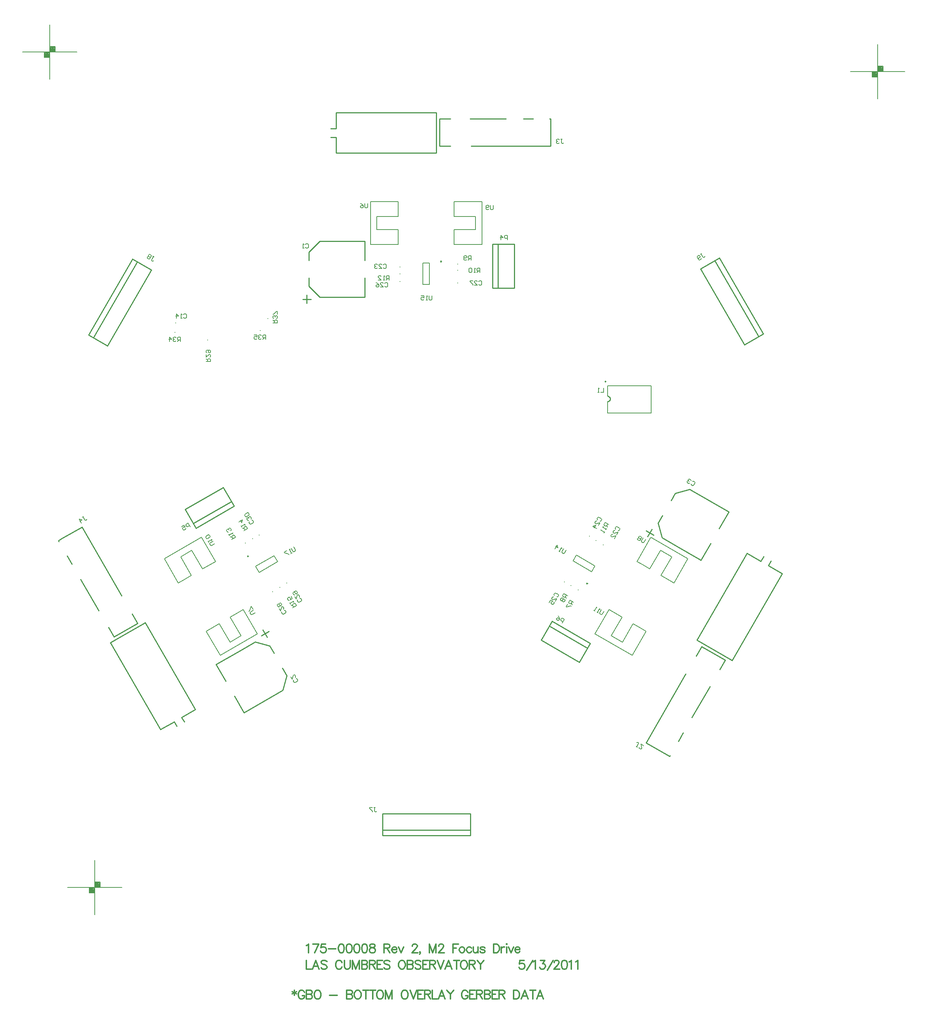
<source format=gbo>
%FSLAX23Y23*%
%MOIN*%
G70*
G01*
G75*
G04 Layer_Color=32896*
%ADD10R,0.050X0.050*%
%ADD11R,0.070X0.135*%
%ADD12R,0.050X0.050*%
%ADD13R,0.063X0.075*%
%ADD14R,0.048X0.078*%
%ADD15R,0.087X0.059*%
%ADD16R,0.059X0.051*%
%ADD17R,0.078X0.048*%
G04:AMPARAMS|DCode=18|XSize=78mil|YSize=48mil|CornerRadius=0mil|HoleSize=0mil|Usage=FLASHONLY|Rotation=120.000|XOffset=0mil|YOffset=0mil|HoleType=Round|Shape=Rectangle|*
%AMROTATEDRECTD18*
4,1,4,0.040,-0.022,-0.001,-0.046,-0.040,0.022,0.001,0.046,0.040,-0.022,0.0*
%
%ADD18ROTATEDRECTD18*%

G04:AMPARAMS|DCode=19|XSize=78mil|YSize=48mil|CornerRadius=0mil|HoleSize=0mil|Usage=FLASHONLY|Rotation=240.000|XOffset=0mil|YOffset=0mil|HoleType=Round|Shape=Rectangle|*
%AMROTATEDRECTD19*
4,1,4,-0.001,0.046,0.040,0.022,0.001,-0.046,-0.040,-0.022,-0.001,0.046,0.0*
%
%ADD19ROTATEDRECTD19*%

%ADD20R,0.051X0.059*%
%ADD21R,0.040X0.067*%
%ADD22O,0.012X0.069*%
G04:AMPARAMS|DCode=23|XSize=135mil|YSize=70mil|CornerRadius=0mil|HoleSize=0mil|Usage=FLASHONLY|Rotation=30.000|XOffset=0mil|YOffset=0mil|HoleType=Round|Shape=Rectangle|*
%AMROTATEDRECTD23*
4,1,4,-0.041,-0.064,-0.076,-0.003,0.041,0.064,0.076,0.003,-0.041,-0.064,0.0*
%
%ADD23ROTATEDRECTD23*%

G04:AMPARAMS|DCode=24|XSize=135mil|YSize=70mil|CornerRadius=0mil|HoleSize=0mil|Usage=FLASHONLY|Rotation=150.000|XOffset=0mil|YOffset=0mil|HoleType=Round|Shape=Rectangle|*
%AMROTATEDRECTD24*
4,1,4,0.076,-0.003,0.041,-0.064,-0.076,0.003,-0.041,0.064,0.076,-0.003,0.0*
%
%ADD24ROTATEDRECTD24*%

%ADD25R,0.067X0.040*%
%ADD26R,0.065X0.094*%
%ADD27O,0.024X0.010*%
%ADD28O,0.027X0.010*%
%ADD29R,0.060X0.126*%
%ADD30R,0.200X0.040*%
%ADD31R,0.200X0.150*%
%ADD32O,0.098X0.028*%
%ADD33R,0.094X0.102*%
%ADD34R,0.057X0.012*%
%ADD35R,0.025X0.185*%
%ADD36R,0.025X0.100*%
%ADD37C,0.010*%
%ADD38C,0.005*%
%ADD39C,0.030*%
%ADD40C,0.050*%
%ADD41C,0.020*%
%ADD42C,0.012*%
%ADD43C,0.008*%
%ADD44C,0.012*%
%ADD45C,0.012*%
%ADD46C,0.335*%
%ADD47C,0.531*%
%ADD48C,0.413*%
%ADD49C,0.236*%
%ADD50C,0.059*%
%ADD51P,0.084X4X375.0*%
%ADD52P,0.084X4X255.0*%
%ADD53R,0.059X0.059*%
%ADD54P,0.084X4X105.0*%
%ADD55R,0.059X0.059*%
%ADD56P,0.084X4X345.0*%
%ADD57C,0.219*%
%ADD58C,0.070*%
%ADD59P,0.099X4X345.0*%
%ADD60P,0.099X4X105.0*%
%ADD61C,0.050*%
%ADD62C,0.059*%
%ADD63R,0.059X0.059*%
%ADD64P,0.084X4X255.0*%
%ADD65C,0.120*%
%ADD66R,0.098X0.098*%
%ADD67C,0.098*%
%ADD68R,0.070X0.070*%
%ADD69C,0.079*%
%ADD70P,0.084X4X375.0*%
%ADD71C,0.085*%
%ADD72C,0.055*%
%ADD73C,0.116*%
%ADD74P,0.078X4X165.0*%
%ADD75C,0.220*%
%ADD76C,0.039*%
%ADD77C,0.157*%
%ADD78R,0.079X0.039*%
%ADD79O,0.079X0.039*%
%ADD80C,0.024*%
%ADD81C,0.030*%
%ADD82C,0.020*%
%ADD83C,0.026*%
%ADD84C,0.040*%
%ADD85C,0.375*%
%ADD86C,0.571*%
%ADD87C,0.257*%
%ADD88C,0.158*%
%ADD89C,0.075*%
G04:AMPARAMS|DCode=90|XSize=95.433mil|YSize=95.433mil|CornerRadius=0mil|HoleSize=0mil|Usage=FLASHONLY|Rotation=0.000|XOffset=0mil|YOffset=0mil|HoleType=Round|Shape=Relief|Width=10mil|Gap=10mil|Entries=4|*
%AMTHD90*
7,0,0,0.095,0.075,0.010,45*
%
%ADD90THD90*%
%ADD91C,0.206*%
%ADD92C,0.080*%
G04:AMPARAMS|DCode=93|XSize=100mil|YSize=100mil|CornerRadius=0mil|HoleSize=0mil|Usage=FLASHONLY|Rotation=0.000|XOffset=0mil|YOffset=0mil|HoleType=Round|Shape=Relief|Width=10mil|Gap=10mil|Entries=4|*
%AMTHD93*
7,0,0,0.100,0.080,0.010,45*
%
%ADD93THD93*%
%ADD94C,0.075*%
%ADD95C,0.110*%
%ADD96C,0.099*%
%ADD97C,0.102*%
%ADD98C,0.075*%
%ADD99C,0.168*%
%ADD100C,0.080*%
%ADD101C,0.076*%
%ADD102C,0.131*%
%ADD103C,0.070*%
%ADD104C,0.052*%
G04:AMPARAMS|DCode=105|XSize=85mil|YSize=85mil|CornerRadius=0mil|HoleSize=0mil|Usage=FLASHONLY|Rotation=0.000|XOffset=0mil|YOffset=0mil|HoleType=Round|Shape=Relief|Width=10mil|Gap=10mil|Entries=4|*
%AMTHD105*
7,0,0,0.085,0.065,0.010,45*
%
%ADD105THD105*%
%ADD106C,0.065*%
G04:AMPARAMS|DCode=107|XSize=72mil|YSize=72mil|CornerRadius=0mil|HoleSize=0mil|Usage=FLASHONLY|Rotation=0.000|XOffset=0mil|YOffset=0mil|HoleType=Round|Shape=Relief|Width=10mil|Gap=10mil|Entries=4|*
%AMTHD107*
7,0,0,0.072,0.052,0.010,45*
%
%ADD107THD107*%
%ADD108C,0.053*%
G04:AMPARAMS|DCode=109|XSize=90mil|YSize=90mil|CornerRadius=0mil|HoleSize=0mil|Usage=FLASHONLY|Rotation=0.000|XOffset=0mil|YOffset=0mil|HoleType=Round|Shape=Relief|Width=10mil|Gap=10mil|Entries=4|*
%AMTHD109*
7,0,0,0.090,0.070,0.010,45*
%
%ADD109THD109*%
G04:AMPARAMS|DCode=110|XSize=95.433mil|YSize=95.433mil|CornerRadius=0mil|HoleSize=0mil|Usage=FLASHONLY|Rotation=0.000|XOffset=0mil|YOffset=0mil|HoleType=Round|Shape=Relief|Width=10mil|Gap=10mil|Entries=4|*
%AMTHD110*
7,0,0,0.095,0.075,0.010,45*
%
%ADD110THD110*%
G04:AMPARAMS|DCode=111|XSize=130mil|YSize=130mil|CornerRadius=0mil|HoleSize=0mil|Usage=FLASHONLY|Rotation=0.000|XOffset=0mil|YOffset=0mil|HoleType=Round|Shape=Relief|Width=10mil|Gap=10mil|Entries=4|*
%AMTHD111*
7,0,0,0.130,0.110,0.010,45*
%
%ADD111THD111*%
%ADD112C,0.087*%
G04:AMPARAMS|DCode=113|XSize=122mil|YSize=122mil|CornerRadius=0mil|HoleSize=0mil|Usage=FLASHONLY|Rotation=0.000|XOffset=0mil|YOffset=0mil|HoleType=Round|Shape=Relief|Width=10mil|Gap=10mil|Entries=4|*
%AMTHD113*
7,0,0,0.122,0.102,0.010,45*
%
%ADD113THD113*%
G04:AMPARAMS|DCode=114|XSize=95mil|YSize=95mil|CornerRadius=0mil|HoleSize=0mil|Usage=FLASHONLY|Rotation=0.000|XOffset=0mil|YOffset=0mil|HoleType=Round|Shape=Relief|Width=10mil|Gap=10mil|Entries=4|*
%AMTHD114*
7,0,0,0.095,0.075,0.010,45*
%
%ADD114THD114*%
G04:AMPARAMS|DCode=115|XSize=96.221mil|YSize=96.221mil|CornerRadius=0mil|HoleSize=0mil|Usage=FLASHONLY|Rotation=0.000|XOffset=0mil|YOffset=0mil|HoleType=Round|Shape=Relief|Width=10mil|Gap=10mil|Entries=4|*
%AMTHD115*
7,0,0,0.096,0.076,0.010,45*
%
%ADD115THD115*%
G04:AMPARAMS|DCode=116|XSize=150.551mil|YSize=150.551mil|CornerRadius=0mil|HoleSize=0mil|Usage=FLASHONLY|Rotation=0.000|XOffset=0mil|YOffset=0mil|HoleType=Round|Shape=Relief|Width=10mil|Gap=10mil|Entries=4|*
%AMTHD116*
7,0,0,0.151,0.131,0.010,45*
%
%ADD116THD116*%
G04:AMPARAMS|DCode=117|XSize=89.528mil|YSize=89.528mil|CornerRadius=0mil|HoleSize=0mil|Usage=FLASHONLY|Rotation=0.000|XOffset=0mil|YOffset=0mil|HoleType=Round|Shape=Relief|Width=10mil|Gap=10mil|Entries=4|*
%AMTHD117*
7,0,0,0.090,0.070,0.010,45*
%
%ADD117THD117*%
G04:AMPARAMS|DCode=118|XSize=72.992mil|YSize=72.992mil|CornerRadius=0mil|HoleSize=0mil|Usage=FLASHONLY|Rotation=0.000|XOffset=0mil|YOffset=0mil|HoleType=Round|Shape=Relief|Width=10mil|Gap=10mil|Entries=4|*
%AMTHD118*
7,0,0,0.073,0.053,0.010,45*
%
%ADD118THD118*%
G04:AMPARAMS|DCode=119|XSize=79mil|YSize=236mil|CornerRadius=0mil|HoleSize=0mil|Usage=FLASHONLY|Rotation=120.000|XOffset=0mil|YOffset=0mil|HoleType=Round|Shape=Rectangle|*
%AMROTATEDRECTD119*
4,1,4,0.122,0.025,-0.083,-0.093,-0.122,-0.025,0.083,0.093,0.122,0.025,0.0*
%
%ADD119ROTATEDRECTD119*%

G04:AMPARAMS|DCode=120|XSize=79mil|YSize=236mil|CornerRadius=0mil|HoleSize=0mil|Usage=FLASHONLY|Rotation=240.000|XOffset=0mil|YOffset=0mil|HoleType=Round|Shape=Rectangle|*
%AMROTATEDRECTD120*
4,1,4,-0.083,0.093,0.122,-0.025,0.083,-0.093,-0.122,0.025,-0.083,0.093,0.0*
%
%ADD120ROTATEDRECTD120*%

%ADD121P,0.071X4X285.0*%
%ADD122P,0.071X4X165.0*%
G04:AMPARAMS|DCode=123|XSize=28mil|YSize=98mil|CornerRadius=0mil|HoleSize=0mil|Usage=FLASHONLY|Rotation=330.000|XOffset=0mil|YOffset=0mil|HoleType=Round|Shape=Round|*
%AMOVALD123*
21,1,0.071,0.028,0.000,0.000,60.0*
1,1,0.028,-0.018,-0.031*
1,1,0.028,0.018,0.031*
%
%ADD123OVALD123*%

G04:AMPARAMS|DCode=124|XSize=28mil|YSize=98mil|CornerRadius=0mil|HoleSize=0mil|Usage=FLASHONLY|Rotation=210.000|XOffset=0mil|YOffset=0mil|HoleType=Round|Shape=Round|*
%AMOVALD124*
21,1,0.071,0.028,0.000,0.000,300.0*
1,1,0.028,-0.018,0.031*
1,1,0.028,0.018,-0.031*
%
%ADD124OVALD124*%

%ADD125R,0.025X0.070*%
%ADD126R,0.236X0.079*%
%ADD127C,0.075*%
%ADD128C,0.010*%
%ADD129C,0.007*%
%ADD130C,0.024*%
%ADD131C,0.010*%
%ADD132C,0.008*%
%ADD133C,0.020*%
%ADD134C,0.006*%
%ADD135R,0.195X0.150*%
%ADD136R,0.020X0.082*%
%ADD137R,0.058X0.058*%
%ADD138R,0.078X0.143*%
%ADD139R,0.058X0.058*%
%ADD140R,0.071X0.083*%
%ADD141R,0.056X0.086*%
%ADD142R,0.095X0.067*%
%ADD143R,0.067X0.059*%
%ADD144R,0.086X0.056*%
G04:AMPARAMS|DCode=145|XSize=86mil|YSize=56mil|CornerRadius=0mil|HoleSize=0mil|Usage=FLASHONLY|Rotation=120.000|XOffset=0mil|YOffset=0mil|HoleType=Round|Shape=Rectangle|*
%AMROTATEDRECTD145*
4,1,4,0.046,-0.023,-0.003,-0.051,-0.046,0.023,0.003,0.051,0.046,-0.023,0.0*
%
%ADD145ROTATEDRECTD145*%

G04:AMPARAMS|DCode=146|XSize=86mil|YSize=56mil|CornerRadius=0mil|HoleSize=0mil|Usage=FLASHONLY|Rotation=240.000|XOffset=0mil|YOffset=0mil|HoleType=Round|Shape=Rectangle|*
%AMROTATEDRECTD146*
4,1,4,-0.003,0.051,0.046,0.023,0.003,-0.051,-0.046,-0.023,-0.003,0.051,0.0*
%
%ADD146ROTATEDRECTD146*%

%ADD147R,0.059X0.067*%
%ADD148R,0.048X0.075*%
%ADD149O,0.020X0.077*%
G04:AMPARAMS|DCode=150|XSize=143mil|YSize=78mil|CornerRadius=0mil|HoleSize=0mil|Usage=FLASHONLY|Rotation=30.000|XOffset=0mil|YOffset=0mil|HoleType=Round|Shape=Rectangle|*
%AMROTATEDRECTD150*
4,1,4,-0.042,-0.070,-0.081,-0.002,0.042,0.070,0.081,0.002,-0.042,-0.070,0.0*
%
%ADD150ROTATEDRECTD150*%

G04:AMPARAMS|DCode=151|XSize=143mil|YSize=78mil|CornerRadius=0mil|HoleSize=0mil|Usage=FLASHONLY|Rotation=150.000|XOffset=0mil|YOffset=0mil|HoleType=Round|Shape=Rectangle|*
%AMROTATEDRECTD151*
4,1,4,0.081,-0.002,0.042,-0.070,-0.081,0.002,-0.042,0.070,0.081,-0.002,0.0*
%
%ADD151ROTATEDRECTD151*%

%ADD152R,0.075X0.048*%
%ADD153R,0.073X0.102*%
%ADD154O,0.032X0.018*%
%ADD155O,0.035X0.018*%
%ADD156R,0.068X0.134*%
%ADD157R,0.208X0.048*%
%ADD158R,0.208X0.158*%
%ADD159O,0.106X0.036*%
%ADD160R,0.102X0.110*%
%ADD161R,0.061X0.016*%
%ADD162R,0.033X0.193*%
%ADD163R,0.033X0.108*%
%ADD164C,0.343*%
%ADD165C,0.539*%
%ADD166C,0.421*%
%ADD167C,0.244*%
%ADD168C,0.067*%
%ADD169P,0.095X4X375.0*%
%ADD170P,0.095X4X255.0*%
%ADD171R,0.067X0.067*%
%ADD172P,0.095X4X105.0*%
%ADD173R,0.067X0.067*%
%ADD174P,0.095X4X345.0*%
%ADD175C,0.227*%
%ADD176C,0.078*%
%ADD177P,0.110X4X345.0*%
%ADD178P,0.110X4X105.0*%
%ADD179C,0.058*%
%ADD180C,0.067*%
%ADD181R,0.067X0.067*%
%ADD182P,0.095X4X255.0*%
%ADD183C,0.128*%
%ADD184R,0.106X0.106*%
%ADD185C,0.106*%
%ADD186R,0.078X0.078*%
%ADD187C,0.087*%
%ADD188P,0.095X4X375.0*%
%ADD189C,0.093*%
%ADD190C,0.063*%
%ADD191C,0.124*%
%ADD192P,0.089X4X165.0*%
%ADD193C,0.228*%
%ADD194C,0.047*%
%ADD195C,0.165*%
%ADD196R,0.087X0.047*%
%ADD197O,0.087X0.047*%
%ADD198C,0.032*%
%ADD199C,0.038*%
%ADD200C,0.028*%
%ADD201R,2.441X0.253*%
G04:AMPARAMS|DCode=202|XSize=87mil|YSize=244mil|CornerRadius=0mil|HoleSize=0mil|Usage=FLASHONLY|Rotation=120.000|XOffset=0mil|YOffset=0mil|HoleType=Round|Shape=Rectangle|*
%AMROTATEDRECTD202*
4,1,4,0.127,0.023,-0.084,-0.099,-0.127,-0.023,0.084,0.099,0.127,0.023,0.0*
%
%ADD202ROTATEDRECTD202*%

G04:AMPARAMS|DCode=203|XSize=87mil|YSize=244mil|CornerRadius=0mil|HoleSize=0mil|Usage=FLASHONLY|Rotation=240.000|XOffset=0mil|YOffset=0mil|HoleType=Round|Shape=Rectangle|*
%AMROTATEDRECTD203*
4,1,4,-0.084,0.099,0.127,-0.023,0.084,-0.099,-0.127,0.023,-0.084,0.099,0.0*
%
%ADD203ROTATEDRECTD203*%

%ADD204P,0.082X4X285.0*%
%ADD205P,0.082X4X165.0*%
G04:AMPARAMS|DCode=206|XSize=36mil|YSize=106mil|CornerRadius=0mil|HoleSize=0mil|Usage=FLASHONLY|Rotation=330.000|XOffset=0mil|YOffset=0mil|HoleType=Round|Shape=Round|*
%AMOVALD206*
21,1,0.071,0.036,0.000,0.000,60.0*
1,1,0.036,-0.018,-0.031*
1,1,0.036,0.018,0.031*
%
%ADD206OVALD206*%

G04:AMPARAMS|DCode=207|XSize=36mil|YSize=106mil|CornerRadius=0mil|HoleSize=0mil|Usage=FLASHONLY|Rotation=210.000|XOffset=0mil|YOffset=0mil|HoleType=Round|Shape=Round|*
%AMOVALD207*
21,1,0.071,0.036,0.000,0.000,300.0*
1,1,0.036,-0.018,0.031*
1,1,0.036,0.018,-0.031*
%
%ADD207OVALD207*%

%ADD208R,0.033X0.078*%
%ADD209R,0.244X0.087*%
%ADD210C,0.034*%
D37*
X33159Y32036D02*
X33168Y32038D01*
X33177Y32043D01*
X33182Y32051D01*
X33184Y32061D01*
X33182Y32070D01*
X33177Y32078D01*
X33168Y32084D01*
X33159Y32086D01*
X33144Y32221D02*
X33136Y32225D01*
Y32216D01*
X33144Y32221D01*
X32649Y30021D02*
X32999Y29818D01*
X32549Y29848D02*
X32899Y29645D01*
X32999Y29818D01*
X32549Y29848D02*
X32649Y30021D01*
X32624Y29978D02*
X32974Y29775D01*
X29379Y30873D02*
X29730Y31076D01*
X29279Y31046D02*
X29630Y31249D01*
X29279Y31046D02*
X29379Y30873D01*
X29630Y31249D02*
X29730Y31076D01*
X29354Y30917D02*
X29705Y31119D01*
X32103Y33076D02*
Y33481D01*
X32303Y33076D02*
Y33481D01*
X32103D02*
X32303D01*
X32103Y33076D02*
X32303D01*
X32153D02*
Y33481D01*
X28394Y32646D02*
X28796Y33343D01*
X28567Y32546D02*
X28969Y33243D01*
X28796Y33343D02*
X28969Y33243D01*
X28394Y32646D02*
X28567Y32546D01*
X28437Y32621D02*
X28840Y33318D01*
X31094Y28104D02*
X31899D01*
Y28054D02*
Y28254D01*
X31094Y28054D02*
Y28254D01*
X31899D01*
X31094Y28054D02*
X31899D01*
X29995Y29941D02*
X30034Y29873D01*
X29981Y29888D02*
X30049Y29927D01*
X29564Y29624D02*
X29653Y29471D01*
X29732Y29335D02*
X29820Y29181D01*
X30175Y29591D02*
X30214Y29522D01*
X30057Y29795D02*
X30096Y29727D01*
X29820Y29181D02*
X30178Y29388D01*
X30214Y29522D01*
X29786Y29752D02*
X29922Y29831D01*
X30057Y29795D01*
X29564Y29624D02*
X29786Y29752D01*
X33796Y30709D02*
X34018Y30581D01*
X33624Y30922D02*
X33660Y30788D01*
X33796Y30709D01*
X33781Y31195D02*
X33915Y31231D01*
X34273Y31024D01*
X33624Y30922D02*
X33663Y30991D01*
X33742Y31127D02*
X33781Y31195D01*
X34185Y30871D02*
X34273Y31024D01*
X34018Y30581D02*
X34106Y30735D01*
X33513Y30850D02*
X33582Y30810D01*
X33528Y30796D02*
X33567Y30864D01*
X30674Y32995D02*
X30930D01*
X30418Y33093D02*
X30516Y32995D01*
X30674D01*
X30418Y33408D02*
X30516Y33507D01*
X30930D01*
X30418Y33093D02*
Y33172D01*
Y33330D02*
Y33408D01*
X30930Y33330D02*
Y33507D01*
Y32995D02*
Y33172D01*
X30359Y32975D02*
X30438D01*
X30398Y32936D02*
Y33015D01*
X34188Y33355D02*
X34590Y32658D01*
X34015Y33255D02*
X34417Y32558D01*
X34590Y32658D01*
X34015Y33255D02*
X34188Y33355D01*
X34145Y33330D02*
X34547Y32633D01*
D42*
X30284Y26634D02*
Y26588D01*
X30265Y26622D02*
X30303Y26600D01*
Y26622D02*
X30265Y26600D01*
X30376Y26615D02*
X30373Y26622D01*
X30365Y26630D01*
X30357Y26634D01*
X30342D01*
X30335Y26630D01*
X30327Y26622D01*
X30323Y26615D01*
X30319Y26603D01*
Y26584D01*
X30323Y26573D01*
X30327Y26565D01*
X30335Y26558D01*
X30342Y26554D01*
X30357D01*
X30365Y26558D01*
X30373Y26565D01*
X30376Y26573D01*
Y26584D01*
X30357D02*
X30376D01*
X30395Y26634D02*
Y26554D01*
Y26634D02*
X30429D01*
X30440Y26630D01*
X30444Y26626D01*
X30448Y26619D01*
Y26611D01*
X30444Y26603D01*
X30440Y26600D01*
X30429Y26596D01*
X30395D02*
X30429D01*
X30440Y26592D01*
X30444Y26588D01*
X30448Y26580D01*
Y26569D01*
X30444Y26561D01*
X30440Y26558D01*
X30429Y26554D01*
X30395D01*
X30489Y26634D02*
X30481Y26630D01*
X30474Y26622D01*
X30470Y26615D01*
X30466Y26603D01*
Y26584D01*
X30470Y26573D01*
X30474Y26565D01*
X30481Y26558D01*
X30489Y26554D01*
X30504D01*
X30512Y26558D01*
X30519Y26565D01*
X30523Y26573D01*
X30527Y26584D01*
Y26603D01*
X30523Y26615D01*
X30519Y26622D01*
X30512Y26630D01*
X30504Y26634D01*
X30489D01*
X30608Y26588D02*
X30677D01*
X30763Y26634D02*
Y26554D01*
Y26634D02*
X30798D01*
X30809Y26630D01*
X30813Y26626D01*
X30817Y26619D01*
Y26611D01*
X30813Y26603D01*
X30809Y26600D01*
X30798Y26596D01*
X30763D02*
X30798D01*
X30809Y26592D01*
X30813Y26588D01*
X30817Y26580D01*
Y26569D01*
X30813Y26561D01*
X30809Y26558D01*
X30798Y26554D01*
X30763D01*
X30858Y26634D02*
X30850Y26630D01*
X30842Y26622D01*
X30838Y26615D01*
X30835Y26603D01*
Y26584D01*
X30838Y26573D01*
X30842Y26565D01*
X30850Y26558D01*
X30858Y26554D01*
X30873D01*
X30880Y26558D01*
X30888Y26565D01*
X30892Y26573D01*
X30896Y26584D01*
Y26603D01*
X30892Y26615D01*
X30888Y26622D01*
X30880Y26630D01*
X30873Y26634D01*
X30858D01*
X30941D02*
Y26554D01*
X30914Y26634D02*
X30968D01*
X31004D02*
Y26554D01*
X30977Y26634D02*
X31030D01*
X31063D02*
X31055Y26630D01*
X31048Y26622D01*
X31044Y26615D01*
X31040Y26603D01*
Y26584D01*
X31044Y26573D01*
X31048Y26565D01*
X31055Y26558D01*
X31063Y26554D01*
X31078D01*
X31086Y26558D01*
X31093Y26565D01*
X31097Y26573D01*
X31101Y26584D01*
Y26603D01*
X31097Y26615D01*
X31093Y26622D01*
X31086Y26630D01*
X31078Y26634D01*
X31063D01*
X31120D02*
Y26554D01*
Y26634D02*
X31150Y26554D01*
X31180Y26634D02*
X31150Y26554D01*
X31180Y26634D02*
Y26554D01*
X31289Y26634D02*
X31281Y26630D01*
X31274Y26622D01*
X31270Y26615D01*
X31266Y26603D01*
Y26584D01*
X31270Y26573D01*
X31274Y26565D01*
X31281Y26558D01*
X31289Y26554D01*
X31304D01*
X31312Y26558D01*
X31319Y26565D01*
X31323Y26573D01*
X31327Y26584D01*
Y26603D01*
X31323Y26615D01*
X31319Y26622D01*
X31312Y26630D01*
X31304Y26634D01*
X31289D01*
X31346D02*
X31376Y26554D01*
X31407Y26634D02*
X31376Y26554D01*
X31467Y26634D02*
X31417D01*
Y26554D01*
X31467D01*
X31417Y26596D02*
X31447D01*
X31480Y26634D02*
Y26554D01*
Y26634D02*
X31514D01*
X31526Y26630D01*
X31529Y26626D01*
X31533Y26619D01*
Y26611D01*
X31529Y26603D01*
X31526Y26600D01*
X31514Y26596D01*
X31480D01*
X31507D02*
X31533Y26554D01*
X31551Y26634D02*
Y26554D01*
X31597D01*
X31666D02*
X31636Y26634D01*
X31606Y26554D01*
X31617Y26580D02*
X31655D01*
X31685Y26634D02*
X31716Y26596D01*
Y26554D01*
X31746Y26634D02*
X31716Y26596D01*
X31876Y26615D02*
X31873Y26622D01*
X31865Y26630D01*
X31857Y26634D01*
X31842D01*
X31834Y26630D01*
X31827Y26622D01*
X31823Y26615D01*
X31819Y26603D01*
Y26584D01*
X31823Y26573D01*
X31827Y26565D01*
X31834Y26558D01*
X31842Y26554D01*
X31857D01*
X31865Y26558D01*
X31873Y26565D01*
X31876Y26573D01*
Y26584D01*
X31857D02*
X31876D01*
X31944Y26634D02*
X31895D01*
Y26554D01*
X31944D01*
X31895Y26596D02*
X31925D01*
X31957Y26634D02*
Y26554D01*
Y26634D02*
X31992D01*
X32003Y26630D01*
X32007Y26626D01*
X32011Y26619D01*
Y26611D01*
X32007Y26603D01*
X32003Y26600D01*
X31992Y26596D01*
X31957D01*
X31984D02*
X32011Y26554D01*
X32029Y26634D02*
Y26554D01*
Y26634D02*
X32063D01*
X32074Y26630D01*
X32078Y26626D01*
X32082Y26619D01*
Y26611D01*
X32078Y26603D01*
X32074Y26600D01*
X32063Y26596D01*
X32029D02*
X32063D01*
X32074Y26592D01*
X32078Y26588D01*
X32082Y26580D01*
Y26569D01*
X32078Y26561D01*
X32074Y26558D01*
X32063Y26554D01*
X32029D01*
X32149Y26634D02*
X32100D01*
Y26554D01*
X32149D01*
X32100Y26596D02*
X32130D01*
X32163Y26634D02*
Y26554D01*
Y26634D02*
X32197D01*
X32208Y26630D01*
X32212Y26626D01*
X32216Y26619D01*
Y26611D01*
X32212Y26603D01*
X32208Y26600D01*
X32197Y26596D01*
X32163D01*
X32189D02*
X32216Y26554D01*
X32297Y26634D02*
Y26554D01*
Y26634D02*
X32323D01*
X32335Y26630D01*
X32343Y26622D01*
X32346Y26615D01*
X32350Y26603D01*
Y26584D01*
X32346Y26573D01*
X32343Y26565D01*
X32335Y26558D01*
X32323Y26554D01*
X32297D01*
X32429D02*
X32399Y26634D01*
X32368Y26554D01*
X32379Y26580D02*
X32418D01*
X32474Y26634D02*
Y26554D01*
X32448Y26634D02*
X32501D01*
X32571Y26554D02*
X32541Y26634D01*
X32510Y26554D01*
X32522Y26580D02*
X32560D01*
D43*
X33124Y32160D02*
Y32120D01*
X33097D01*
X33084D02*
X33071D01*
X33077D01*
Y32160D01*
X33084Y32153D01*
X28336Y30974D02*
X28348Y30980D01*
X28342Y30977D01*
X28359Y30948D01*
X28368Y30946D01*
X28374Y30949D01*
X28376Y30958D01*
X28327Y30922D02*
X28307Y30957D01*
X28335Y30950D01*
X28312Y30936D01*
X32730Y34445D02*
X32744D01*
X32737D01*
Y34411D01*
X32744Y34405D01*
X32750D01*
X32757Y34411D01*
X32717Y34438D02*
X32710Y34445D01*
X32697D01*
X32690Y34438D01*
Y34431D01*
X32697Y34425D01*
X32704D01*
X32697D01*
X32690Y34418D01*
Y34411D01*
X32697Y34405D01*
X32710D01*
X32717Y34411D01*
X33434Y28865D02*
X33422Y28872D01*
X33428Y28868D01*
X33445Y28897D01*
X33442Y28906D01*
X33437Y28909D01*
X33428Y28907D01*
X33489Y28879D02*
X33466Y28893D01*
X33475Y28856D01*
X33472Y28851D01*
X33463Y28848D01*
X33451Y28855D01*
X33449Y28864D01*
X30277Y30703D02*
X30294Y30675D01*
X30291Y30665D01*
X30280Y30659D01*
X30270Y30661D01*
X30254Y30690D01*
X30262Y30649D02*
X30251Y30642D01*
X30256Y30645D01*
X30236Y30680D01*
X30246Y30678D01*
X30213Y30667D02*
X30190Y30653D01*
X30194Y30648D01*
X30230Y30638D01*
X30233Y30632D01*
X31546Y33009D02*
Y32975D01*
X31539Y32969D01*
X31526D01*
X31519Y32975D01*
Y33009D01*
X31506Y32969D02*
X31493D01*
X31499D01*
Y33009D01*
X31506Y33002D01*
X31446Y33009D02*
X31473D01*
Y32989D01*
X31459Y32995D01*
X31453D01*
X31446Y32989D01*
Y32975D01*
X31453Y32969D01*
X31466D01*
X31473Y32975D01*
X32779Y30673D02*
X32762Y30645D01*
X32753Y30642D01*
X32742Y30649D01*
X32739Y30658D01*
X32756Y30687D01*
X32724Y30659D02*
X32713Y30665D01*
X32718Y30662D01*
X32738Y30697D01*
X32741Y30688D01*
X32678Y30685D02*
X32698Y30720D01*
X32705Y30693D01*
X32682Y30706D01*
X33128Y30112D02*
X33111Y30084D01*
X33102Y30081D01*
X33091Y30088D01*
X33088Y30097D01*
X33105Y30126D01*
X33073Y30098D02*
X33062Y30104D01*
X33067Y30101D01*
X33087Y30136D01*
X33090Y30127D01*
X33044Y30114D02*
X33033Y30121D01*
X33039Y30118D01*
X33059Y30152D01*
X33061Y30143D01*
X29551Y30730D02*
X29522Y30713D01*
X29513Y30716D01*
X29506Y30727D01*
X29508Y30736D01*
X29537Y30753D01*
X29496Y30744D02*
X29489Y30756D01*
X29493Y30750D01*
X29527Y30770D01*
X29525Y30761D01*
X29508Y30790D02*
X29511Y30799D01*
X29504Y30811D01*
X29495Y30813D01*
X29472Y30800D01*
X29469Y30791D01*
X29476Y30779D01*
X29485Y30777D01*
X29508Y30790D01*
X32111Y33839D02*
Y33805D01*
X32104Y33799D01*
X32091D01*
X32084Y33805D01*
Y33839D01*
X32071Y33805D02*
X32064Y33799D01*
X32051D01*
X32044Y33805D01*
Y33832D01*
X32051Y33839D01*
X32064D01*
X32071Y33832D01*
Y33825D01*
X32064Y33819D01*
X32044D01*
X33510Y30771D02*
X33493Y30743D01*
X33484Y30740D01*
X33473Y30747D01*
X33470Y30756D01*
X33487Y30785D01*
X33472Y30786D02*
X33469Y30795D01*
X33458Y30801D01*
X33449Y30799D01*
X33445Y30793D01*
X33448Y30784D01*
X33439Y30782D01*
X33435Y30776D01*
X33438Y30767D01*
X33449Y30760D01*
X33459Y30763D01*
X33462Y30768D01*
X33459Y30777D01*
X33469Y30780D01*
X33472Y30786D01*
X33459Y30777D02*
X33448Y30784D01*
X29922Y30098D02*
X29893Y30081D01*
X29884Y30084D01*
X29877Y30095D01*
X29879Y30104D01*
X29908Y30121D01*
X29902Y30132D02*
X29888Y30156D01*
X29882Y30152D01*
X29873Y30116D01*
X29867Y30112D01*
X30957Y33854D02*
Y33820D01*
X30950Y33814D01*
X30937D01*
X30930Y33820D01*
Y33854D01*
X30890D02*
X30904Y33847D01*
X30917Y33834D01*
Y33820D01*
X30910Y33814D01*
X30897D01*
X30890Y33820D01*
Y33827D01*
X30897Y33834D01*
X30917D01*
X30267Y30144D02*
X30302Y30164D01*
X30292Y30181D01*
X30282Y30184D01*
X30271Y30177D01*
X30268Y30168D01*
X30278Y30150D01*
X30272Y30162D02*
X30254Y30167D01*
X30247Y30178D02*
X30240Y30190D01*
X30244Y30184D01*
X30278Y30204D01*
X30276Y30195D01*
X30252Y30250D02*
X30265Y30227D01*
X30248Y30217D01*
X30247Y30232D01*
X30243Y30238D01*
X30234Y30240D01*
X30223Y30234D01*
X30220Y30225D01*
X30227Y30213D01*
X30236Y30211D01*
X29820Y30851D02*
X29855Y30871D01*
X29845Y30888D01*
X29835Y30891D01*
X29824Y30884D01*
X29821Y30875D01*
X29831Y30857D01*
X29825Y30869D02*
X29807Y30874D01*
X29800Y30885D02*
X29793Y30897D01*
X29797Y30891D01*
X29831Y30911D01*
X29829Y30902D01*
X29773Y30932D02*
X29808Y30952D01*
X29801Y30924D01*
X29787Y30947D01*
X29708Y30772D02*
X29743Y30792D01*
X29733Y30809D01*
X29723Y30812D01*
X29712Y30805D01*
X29709Y30796D01*
X29719Y30778D01*
X29713Y30790D02*
X29695Y30795D01*
X29688Y30806D02*
X29681Y30818D01*
X29685Y30812D01*
X29719Y30832D01*
X29717Y30823D01*
X29700Y30852D02*
X29703Y30861D01*
X29696Y30873D01*
X29687Y30875D01*
X29681Y30872D01*
X29679Y30863D01*
X29682Y30857D01*
X29679Y30863D01*
X29669Y30865D01*
X29664Y30862D01*
X29661Y30853D01*
X29668Y30841D01*
X29677Y30839D01*
X31153Y33151D02*
Y33191D01*
X31133D01*
X31126Y33184D01*
Y33171D01*
X31133Y33164D01*
X31153D01*
X31140D02*
X31126Y33151D01*
X31113D02*
X31100D01*
X31106D01*
Y33191D01*
X31113Y33184D01*
X31053Y33151D02*
X31080D01*
X31053Y33177D01*
Y33184D01*
X31060Y33191D01*
X31073D01*
X31080Y33184D01*
X33171Y30906D02*
X33136Y30926D01*
X33126Y30908D01*
X33129Y30899D01*
X33140Y30893D01*
X33149Y30895D01*
X33159Y30912D01*
X33153Y30901D02*
X33158Y30883D01*
X33151Y30871D02*
X33144Y30860D01*
X33148Y30865D01*
X33113Y30885D01*
X33122Y30888D01*
X33134Y30842D02*
X33128Y30831D01*
X33131Y30837D01*
X33096Y30857D01*
X33105Y30859D01*
X31987Y33222D02*
Y33262D01*
X31967D01*
X31960Y33255D01*
Y33242D01*
X31967Y33235D01*
X31987D01*
X31974D02*
X31960Y33222D01*
X31947D02*
X31934D01*
X31940D01*
Y33262D01*
X31947Y33255D01*
X31914D02*
X31907Y33262D01*
X31894D01*
X31887Y33255D01*
Y33228D01*
X31894Y33222D01*
X31907D01*
X31914Y33228D01*
Y33255D01*
X31908Y33333D02*
Y33373D01*
X31888D01*
X31881Y33366D01*
Y33353D01*
X31888Y33346D01*
X31908D01*
X31895D02*
X31881Y33333D01*
X31868Y33339D02*
X31861Y33333D01*
X31848D01*
X31841Y33339D01*
Y33366D01*
X31848Y33373D01*
X31861D01*
X31868Y33366D01*
Y33359D01*
X31861Y33353D01*
X31841D01*
X32792Y30253D02*
X32757Y30273D01*
X32747Y30255D01*
X32750Y30246D01*
X32761Y30240D01*
X32770Y30242D01*
X32780Y30259D01*
X32774Y30248D02*
X32779Y30230D01*
X32743Y30235D02*
X32734Y30232D01*
X32727Y30221D01*
X32730Y30212D01*
X32735Y30208D01*
X32745Y30211D01*
X32747Y30202D01*
X32753Y30198D01*
X32762Y30201D01*
X32769Y30212D01*
X32766Y30222D01*
X32760Y30225D01*
X32751Y30222D01*
X32749Y30232D01*
X32743Y30235D01*
X32751Y30222D02*
X32745Y30211D01*
X32847Y30193D02*
X32812Y30213D01*
X32802Y30195D01*
X32805Y30186D01*
X32816Y30180D01*
X32825Y30182D01*
X32835Y30199D01*
X32829Y30188D02*
X32834Y30170D01*
X32792Y30178D02*
X32779Y30155D01*
X32785Y30152D01*
X32821Y30162D01*
X32827Y30158D01*
X29892Y30947D02*
X29902Y30944D01*
X29908Y30933D01*
X29906Y30923D01*
X29883Y30910D01*
X29874Y30913D01*
X29867Y30924D01*
X29869Y30933D01*
X29886Y30958D02*
X29888Y30967D01*
X29882Y30979D01*
X29872Y30981D01*
X29867Y30978D01*
X29864Y30969D01*
X29868Y30963D01*
X29864Y30969D01*
X29855Y30971D01*
X29849Y30968D01*
X29847Y30959D01*
X29854Y30947D01*
X29863Y30945D01*
X29866Y30993D02*
X29868Y31002D01*
X29862Y31013D01*
X29852Y31016D01*
X29829Y31002D01*
X29827Y30993D01*
X29834Y30982D01*
X29843Y30979D01*
X29866Y30993D01*
X30335Y30230D02*
X30345Y30227D01*
X30351Y30216D01*
X30349Y30206D01*
X30326Y30193D01*
X30317Y30196D01*
X30310Y30207D01*
X30312Y30216D01*
X30287Y30248D02*
X30300Y30224D01*
X30310Y30261D01*
X30315Y30264D01*
X30325Y30262D01*
X30331Y30250D01*
X30329Y30241D01*
X30286Y30262D02*
X30277Y30265D01*
X30270Y30276D01*
X30272Y30285D01*
X30295Y30299D01*
X30305Y30296D01*
X30311Y30285D01*
X30309Y30276D01*
X30303Y30272D01*
X30294Y30275D01*
X30284Y30292D01*
X30191Y30120D02*
X30201Y30117D01*
X30207Y30106D01*
X30205Y30096D01*
X30182Y30083D01*
X30173Y30086D01*
X30166Y30097D01*
X30168Y30106D01*
X30143Y30138D02*
X30156Y30114D01*
X30166Y30151D01*
X30171Y30154D01*
X30181Y30152D01*
X30187Y30140D01*
X30185Y30131D01*
X30165Y30166D02*
X30167Y30175D01*
X30161Y30186D01*
X30151Y30189D01*
X30146Y30185D01*
X30143Y30176D01*
X30134Y30179D01*
X30128Y30175D01*
X30126Y30166D01*
X30133Y30155D01*
X30142Y30152D01*
X30147Y30156D01*
X30150Y30165D01*
X30159Y30162D01*
X30165Y30166D01*
X30150Y30165D02*
X30143Y30176D01*
X31978Y33138D02*
X31985Y33145D01*
X31998D01*
X32005Y33138D01*
Y33111D01*
X31998Y33105D01*
X31985D01*
X31978Y33111D01*
X31938Y33105D02*
X31965D01*
X31938Y33131D01*
Y33138D01*
X31945Y33145D01*
X31958D01*
X31965Y33138D01*
X31925Y33145D02*
X31898D01*
Y33138D01*
X31925Y33111D01*
Y33105D01*
X31114Y33121D02*
X31121Y33128D01*
X31134D01*
X31141Y33121D01*
Y33094D01*
X31134Y33088D01*
X31121D01*
X31114Y33094D01*
X31074Y33088D02*
X31101D01*
X31074Y33114D01*
Y33121D01*
X31081Y33128D01*
X31094D01*
X31101Y33121D01*
X31034Y33128D02*
X31048Y33121D01*
X31061Y33108D01*
Y33094D01*
X31054Y33088D01*
X31041D01*
X31034Y33094D01*
Y33101D01*
X31041Y33108D01*
X31061D01*
X32671Y30256D02*
X32668Y30265D01*
X32675Y30277D01*
X32684Y30279D01*
X32707Y30266D01*
X32710Y30257D01*
X32703Y30245D01*
X32694Y30243D01*
X32680Y30205D02*
X32693Y30228D01*
X32656Y30218D01*
X32651Y30222D01*
X32648Y30231D01*
X32655Y30242D01*
X32664Y30245D01*
X32625Y30190D02*
X32638Y30214D01*
X32656Y30204D01*
X32643Y30195D01*
X32640Y30190D01*
X32642Y30180D01*
X32654Y30174D01*
X32663Y30176D01*
X32670Y30188D01*
X32667Y30197D01*
X33067Y30952D02*
X33064Y30961D01*
X33071Y30973D01*
X33080Y30975D01*
X33103Y30962D01*
X33106Y30953D01*
X33099Y30941D01*
X33090Y30939D01*
X33076Y30901D02*
X33089Y30924D01*
X33052Y30914D01*
X33047Y30918D01*
X33044Y30927D01*
X33051Y30938D01*
X33060Y30941D01*
X33059Y30872D02*
X33024Y30892D01*
X33052Y30900D01*
X33038Y30876D01*
X31099Y33290D02*
X31106Y33297D01*
X31119D01*
X31126Y33290D01*
Y33263D01*
X31119Y33257D01*
X31106D01*
X31099Y33263D01*
X31059Y33257D02*
X31086D01*
X31059Y33283D01*
Y33290D01*
X31066Y33297D01*
X31079D01*
X31086Y33290D01*
X31046D02*
X31039Y33297D01*
X31026D01*
X31019Y33290D01*
Y33283D01*
X31026Y33277D01*
X31033D01*
X31026D01*
X31019Y33270D01*
Y33263D01*
X31026Y33257D01*
X31039D01*
X31046Y33263D01*
X33234Y30865D02*
X33231Y30874D01*
X33238Y30886D01*
X33247Y30888D01*
X33270Y30875D01*
X33273Y30866D01*
X33266Y30854D01*
X33257Y30852D01*
X33243Y30814D02*
X33256Y30837D01*
X33219Y30827D01*
X33214Y30831D01*
X33211Y30840D01*
X33218Y30851D01*
X33227Y30854D01*
X33223Y30779D02*
X33236Y30803D01*
X33199Y30793D01*
X33194Y30796D01*
X33191Y30805D01*
X33198Y30817D01*
X33207Y30819D01*
X33939Y31303D02*
X33949Y31305D01*
X33960Y31299D01*
X33963Y31290D01*
X33949Y31267D01*
X33940Y31264D01*
X33929Y31271D01*
X33926Y31280D01*
X33928Y31310D02*
X33925Y31319D01*
X33914Y31325D01*
X33905Y31323D01*
X33901Y31317D01*
X33904Y31308D01*
X33910Y31305D01*
X33904Y31308D01*
X33895Y31306D01*
X33891Y31300D01*
X33894Y31291D01*
X33905Y31284D01*
X33915Y31287D01*
X30299Y29494D02*
X30309Y29491D01*
X30315Y29480D01*
X30313Y29470D01*
X30290Y29457D01*
X30281Y29460D01*
X30274Y29471D01*
X30276Y29480D01*
X30251Y29512D02*
X30264Y29488D01*
X30274Y29525D01*
X30279Y29528D01*
X30289Y29526D01*
X30295Y29514D01*
X30293Y29505D01*
X30385Y33478D02*
X30392Y33485D01*
X30405D01*
X30412Y33478D01*
Y33451D01*
X30405Y33445D01*
X30392D01*
X30385Y33451D01*
X30372Y33445D02*
X30359D01*
X30365D01*
Y33485D01*
X30372Y33478D01*
X31013Y28312D02*
X31027D01*
X31020D01*
Y28278D01*
X31027Y28272D01*
X31033D01*
X31040Y28278D01*
X31000Y28312D02*
X30973D01*
Y28305D01*
X31000Y28278D01*
Y28272D01*
X28984Y33370D02*
X28995Y33363D01*
X28990Y33366D01*
X28973Y33338D01*
X28975Y33328D01*
X28981Y33325D01*
X28990Y33328D01*
X28969Y33371D02*
X28966Y33380D01*
X28955Y33386D01*
X28946Y33384D01*
X28942Y33378D01*
X28945Y33369D01*
X28936Y33367D01*
X28932Y33361D01*
X28935Y33352D01*
X28946Y33345D01*
X28956Y33348D01*
X28959Y33353D01*
X28956Y33362D01*
X28966Y33365D01*
X28969Y33371D01*
X28956Y33362D02*
X28945Y33369D01*
X34014Y33386D02*
X34025Y33393D01*
X34020Y33389D01*
X34036Y33361D01*
X34045Y33358D01*
X34051Y33361D01*
X34054Y33371D01*
X34019Y33351D02*
X34016Y33341D01*
X34005Y33335D01*
X33996Y33337D01*
X33982Y33360D01*
X33985Y33369D01*
X33996Y33376D01*
X34006Y33374D01*
X34009Y33368D01*
X34006Y33359D01*
X33989Y33349D01*
X32241Y33522D02*
Y33562D01*
X32221D01*
X32214Y33555D01*
Y33542D01*
X32221Y33535D01*
X32241D01*
X32181Y33522D02*
Y33562D01*
X32201Y33542D01*
X32174D01*
X29326Y30887D02*
X29306Y30921D01*
X29289Y30911D01*
X29286Y30902D01*
X29293Y30891D01*
X29302Y30888D01*
X29319Y30898D01*
X29248Y30888D02*
X29271Y30901D01*
X29281Y30884D01*
X29266Y30883D01*
X29261Y30880D01*
X29258Y30871D01*
X29265Y30859D01*
X29274Y30857D01*
X29285Y30863D01*
X29288Y30873D01*
X32744Y30004D02*
X32764Y30038D01*
X32747Y30048D01*
X32737Y30046D01*
X32731Y30034D01*
X32733Y30025D01*
X32751Y30015D01*
X32706Y30072D02*
X32714Y30059D01*
X32719Y30041D01*
X32713Y30030D01*
X32703Y30027D01*
X32692Y30034D01*
X32689Y30043D01*
X32693Y30049D01*
X32702Y30051D01*
X32719Y30041D01*
X29265Y32834D02*
X29272Y32841D01*
X29285D01*
X29292Y32834D01*
Y32807D01*
X29285Y32801D01*
X29272D01*
X29265Y32807D01*
X29252Y32801D02*
X29239D01*
X29245D01*
Y32841D01*
X29252Y32834D01*
X29199Y32801D02*
Y32841D01*
X29219Y32821D01*
X29192D01*
X29473Y32403D02*
X29513D01*
Y32423D01*
X29506Y32429D01*
X29493D01*
X29486Y32423D01*
Y32403D01*
Y32416D02*
X29473Y32429D01*
Y32469D02*
Y32443D01*
X29500Y32469D01*
X29506D01*
X29513Y32463D01*
Y32449D01*
X29506Y32443D01*
X29480Y32483D02*
X29473Y32489D01*
Y32503D01*
X29480Y32509D01*
X29506D01*
X29513Y32503D01*
Y32489D01*
X29506Y32483D01*
X29500D01*
X29493Y32489D01*
Y32509D01*
X29237Y32587D02*
Y32627D01*
X29217D01*
X29210Y32620D01*
Y32607D01*
X29217Y32600D01*
X29237D01*
X29224D02*
X29210Y32587D01*
X29197Y32620D02*
X29190Y32627D01*
X29177D01*
X29170Y32620D01*
Y32613D01*
X29177Y32607D01*
X29184D01*
X29177D01*
X29170Y32600D01*
Y32593D01*
X29177Y32587D01*
X29190D01*
X29197Y32593D01*
X29137Y32587D02*
Y32627D01*
X29157Y32607D01*
X29130D01*
X30021Y32608D02*
Y32648D01*
X30001D01*
X29994Y32641D01*
Y32628D01*
X30001Y32621D01*
X30021D01*
X30008D02*
X29994Y32608D01*
X29981Y32641D02*
X29974Y32648D01*
X29961D01*
X29954Y32641D01*
Y32634D01*
X29961Y32628D01*
X29968D01*
X29961D01*
X29954Y32621D01*
Y32614D01*
X29961Y32608D01*
X29974D01*
X29981Y32614D01*
X29914Y32648D02*
X29941D01*
Y32628D01*
X29928Y32634D01*
X29921D01*
X29914Y32628D01*
Y32614D01*
X29921Y32608D01*
X29934D01*
X29941Y32614D01*
X30087Y32758D02*
X30127D01*
Y32778D01*
X30120Y32784D01*
X30107D01*
X30100Y32778D01*
Y32758D01*
Y32771D02*
X30087Y32784D01*
X30120Y32798D02*
X30127Y32804D01*
Y32818D01*
X30120Y32824D01*
X30114D01*
X30107Y32818D01*
Y32811D01*
Y32818D01*
X30100Y32824D01*
X30094D01*
X30087Y32818D01*
Y32804D01*
X30094Y32798D01*
X30127Y32838D02*
Y32864D01*
X30120D01*
X30094Y32838D01*
X30087D01*
X35389Y35063D02*
X35889D01*
X35639Y34813D02*
Y35313D01*
X35689Y35063D02*
Y35113D01*
X35639D02*
X35689D01*
X35589Y35013D02*
Y35063D01*
Y35013D02*
X35639D01*
X35594Y35058D02*
X35634D01*
X35594Y35018D02*
Y35058D01*
Y35018D02*
X35634D01*
Y35058D01*
X35599Y35053D02*
X35629D01*
X35599Y35023D02*
Y35053D01*
Y35023D02*
X35629D01*
Y35048D01*
X35604D02*
X35624D01*
X35604Y35028D02*
Y35048D01*
Y35028D02*
X35624D01*
Y35043D01*
X35609D02*
X35619D01*
X35609Y35033D02*
Y35043D01*
Y35033D02*
X35619D01*
Y35043D01*
X35609Y35038D02*
X35619D01*
X35644Y35108D02*
X35684D01*
X35644Y35068D02*
Y35108D01*
Y35068D02*
X35684D01*
Y35108D01*
X35649Y35103D02*
X35679D01*
X35649Y35073D02*
Y35103D01*
Y35073D02*
X35679D01*
Y35098D01*
X35654D02*
X35674D01*
X35654Y35078D02*
Y35098D01*
Y35078D02*
X35674D01*
Y35093D01*
X35659D02*
X35669D01*
X35659Y35083D02*
Y35093D01*
Y35083D02*
X35669D01*
Y35093D01*
X35659Y35088D02*
X35669D01*
X27787Y35244D02*
X28287D01*
X28037Y34994D02*
Y35494D01*
X28087Y35244D02*
Y35294D01*
X28037D02*
X28087D01*
X27987Y35194D02*
Y35244D01*
Y35194D02*
X28037D01*
X27992Y35239D02*
X28032D01*
X27992Y35199D02*
Y35239D01*
Y35199D02*
X28032D01*
Y35239D01*
X27997Y35234D02*
X28027D01*
X27997Y35204D02*
Y35234D01*
Y35204D02*
X28027D01*
Y35229D01*
X28002D02*
X28022D01*
X28002Y35209D02*
Y35229D01*
Y35209D02*
X28022D01*
Y35224D01*
X28007D02*
X28017D01*
X28007Y35214D02*
Y35224D01*
Y35214D02*
X28017D01*
Y35224D01*
X28007Y35219D02*
X28017D01*
X28042Y35289D02*
X28082D01*
X28042Y35249D02*
Y35289D01*
Y35249D02*
X28082D01*
Y35289D01*
X28047Y35284D02*
X28077D01*
X28047Y35254D02*
Y35284D01*
Y35254D02*
X28077D01*
Y35279D01*
X28052D02*
X28072D01*
X28052Y35259D02*
Y35279D01*
Y35259D02*
X28072D01*
Y35274D01*
X28057D02*
X28067D01*
X28057Y35264D02*
Y35274D01*
Y35264D02*
X28067D01*
Y35274D01*
X28057Y35269D02*
X28067D01*
X28199Y27577D02*
X28699D01*
X28449Y27327D02*
Y27827D01*
X28499Y27577D02*
Y27627D01*
X28449D02*
X28499D01*
X28399Y27527D02*
Y27577D01*
Y27527D02*
X28449D01*
X28404Y27572D02*
X28444D01*
X28404Y27532D02*
Y27572D01*
Y27532D02*
X28444D01*
Y27572D01*
X28409Y27567D02*
X28439D01*
X28409Y27537D02*
Y27567D01*
Y27537D02*
X28439D01*
Y27562D01*
X28414D02*
X28434D01*
X28414Y27542D02*
Y27562D01*
Y27542D02*
X28434D01*
Y27557D01*
X28419D02*
X28429D01*
X28419Y27547D02*
Y27557D01*
Y27547D02*
X28429D01*
Y27557D01*
X28419Y27552D02*
X28429D01*
X28454Y27622D02*
X28494D01*
X28454Y27582D02*
Y27622D01*
Y27582D02*
X28494D01*
Y27622D01*
X28459Y27617D02*
X28489D01*
X28459Y27587D02*
Y27617D01*
Y27587D02*
X28489D01*
Y27612D01*
X28464D02*
X28484D01*
X28464Y27592D02*
Y27612D01*
Y27592D02*
X28484D01*
Y27607D01*
X28469D02*
X28479D01*
X28469Y27597D02*
Y27607D01*
Y27597D02*
X28479D01*
Y27607D01*
X28469Y27602D02*
X28479D01*
D44*
X30395Y26909D02*
Y26829D01*
X30440D01*
X30510D02*
X30480Y26909D01*
X30449Y26829D01*
X30461Y26855D02*
X30499D01*
X30582Y26897D02*
X30575Y26905D01*
X30563Y26909D01*
X30548D01*
X30536Y26905D01*
X30529Y26897D01*
Y26889D01*
X30533Y26882D01*
X30536Y26878D01*
X30544Y26874D01*
X30567Y26867D01*
X30575Y26863D01*
X30578Y26859D01*
X30582Y26851D01*
Y26840D01*
X30575Y26832D01*
X30563Y26829D01*
X30548D01*
X30536Y26832D01*
X30529Y26840D01*
X30720Y26889D02*
X30716Y26897D01*
X30709Y26905D01*
X30701Y26909D01*
X30686D01*
X30678Y26905D01*
X30671Y26897D01*
X30667Y26889D01*
X30663Y26878D01*
Y26859D01*
X30667Y26848D01*
X30671Y26840D01*
X30678Y26832D01*
X30686Y26829D01*
X30701D01*
X30709Y26832D01*
X30716Y26840D01*
X30720Y26848D01*
X30742Y26909D02*
Y26851D01*
X30746Y26840D01*
X30754Y26832D01*
X30765Y26829D01*
X30773D01*
X30784Y26832D01*
X30792Y26840D01*
X30796Y26851D01*
Y26909D01*
X30818D02*
Y26829D01*
Y26909D02*
X30848Y26829D01*
X30879Y26909D02*
X30848Y26829D01*
X30879Y26909D02*
Y26829D01*
X30902Y26909D02*
Y26829D01*
Y26909D02*
X30936D01*
X30947Y26905D01*
X30951Y26901D01*
X30955Y26893D01*
Y26886D01*
X30951Y26878D01*
X30947Y26874D01*
X30936Y26870D01*
X30902D02*
X30936D01*
X30947Y26867D01*
X30951Y26863D01*
X30955Y26855D01*
Y26844D01*
X30951Y26836D01*
X30947Y26832D01*
X30936Y26829D01*
X30902D01*
X30973Y26909D02*
Y26829D01*
Y26909D02*
X31007D01*
X31019Y26905D01*
X31022Y26901D01*
X31026Y26893D01*
Y26886D01*
X31022Y26878D01*
X31019Y26874D01*
X31007Y26870D01*
X30973D01*
X31000D02*
X31026Y26829D01*
X31094Y26909D02*
X31044D01*
Y26829D01*
X31094D01*
X31044Y26870D02*
X31075D01*
X31160Y26897D02*
X31153Y26905D01*
X31141Y26909D01*
X31126D01*
X31115Y26905D01*
X31107Y26897D01*
Y26889D01*
X31111Y26882D01*
X31115Y26878D01*
X31122Y26874D01*
X31145Y26867D01*
X31153Y26863D01*
X31157Y26859D01*
X31160Y26851D01*
Y26840D01*
X31153Y26832D01*
X31141Y26829D01*
X31126D01*
X31115Y26832D01*
X31107Y26840D01*
X31264Y26909D02*
X31256Y26905D01*
X31249Y26897D01*
X31245Y26889D01*
X31241Y26878D01*
Y26859D01*
X31245Y26848D01*
X31249Y26840D01*
X31256Y26832D01*
X31264Y26829D01*
X31279D01*
X31287Y26832D01*
X31294Y26840D01*
X31298Y26848D01*
X31302Y26859D01*
Y26878D01*
X31298Y26889D01*
X31294Y26897D01*
X31287Y26905D01*
X31279Y26909D01*
X31264D01*
X31321D02*
Y26829D01*
Y26909D02*
X31355D01*
X31366Y26905D01*
X31370Y26901D01*
X31374Y26893D01*
Y26886D01*
X31370Y26878D01*
X31366Y26874D01*
X31355Y26870D01*
X31321D02*
X31355D01*
X31366Y26867D01*
X31370Y26863D01*
X31374Y26855D01*
Y26844D01*
X31370Y26836D01*
X31366Y26832D01*
X31355Y26829D01*
X31321D01*
X31445Y26897D02*
X31438Y26905D01*
X31426Y26909D01*
X31411D01*
X31399Y26905D01*
X31392Y26897D01*
Y26889D01*
X31396Y26882D01*
X31399Y26878D01*
X31407Y26874D01*
X31430Y26867D01*
X31438Y26863D01*
X31441Y26859D01*
X31445Y26851D01*
Y26840D01*
X31438Y26832D01*
X31426Y26829D01*
X31411D01*
X31399Y26832D01*
X31392Y26840D01*
X31513Y26909D02*
X31463D01*
Y26829D01*
X31513D01*
X31463Y26870D02*
X31494D01*
X31526Y26909D02*
Y26829D01*
Y26909D02*
X31560D01*
X31572Y26905D01*
X31575Y26901D01*
X31579Y26893D01*
Y26886D01*
X31575Y26878D01*
X31572Y26874D01*
X31560Y26870D01*
X31526D01*
X31553D02*
X31579Y26829D01*
X31597Y26909D02*
X31628Y26829D01*
X31658Y26909D02*
X31628Y26829D01*
X31729D02*
X31699Y26909D01*
X31668Y26829D01*
X31680Y26855D02*
X31718D01*
X31775Y26909D02*
Y26829D01*
X31748Y26909D02*
X31801D01*
X31834D02*
X31826Y26905D01*
X31818Y26897D01*
X31815Y26889D01*
X31811Y26878D01*
Y26859D01*
X31815Y26848D01*
X31818Y26840D01*
X31826Y26832D01*
X31834Y26829D01*
X31849D01*
X31857Y26832D01*
X31864Y26840D01*
X31868Y26848D01*
X31872Y26859D01*
Y26878D01*
X31868Y26889D01*
X31864Y26897D01*
X31857Y26905D01*
X31849Y26909D01*
X31834D01*
X31890D02*
Y26829D01*
Y26909D02*
X31925D01*
X31936Y26905D01*
X31940Y26901D01*
X31944Y26893D01*
Y26886D01*
X31940Y26878D01*
X31936Y26874D01*
X31925Y26870D01*
X31890D01*
X31917D02*
X31944Y26829D01*
X31962Y26909D02*
X31992Y26870D01*
Y26829D01*
X32023Y26909D02*
X31992Y26870D01*
X32393Y26909D02*
X32355D01*
X32351Y26874D01*
X32355Y26878D01*
X32366Y26882D01*
X32378D01*
X32389Y26878D01*
X32397Y26870D01*
X32400Y26859D01*
Y26851D01*
X32397Y26840D01*
X32389Y26832D01*
X32378Y26829D01*
X32366D01*
X32355Y26832D01*
X32351Y26836D01*
X32347Y26844D01*
X32418Y26817D02*
X32472Y26909D01*
X32477Y26893D02*
X32485Y26897D01*
X32496Y26909D01*
Y26829D01*
X32543Y26909D02*
X32585D01*
X32562Y26878D01*
X32574D01*
X32581Y26874D01*
X32585Y26870D01*
X32589Y26859D01*
Y26851D01*
X32585Y26840D01*
X32578Y26832D01*
X32566Y26829D01*
X32555D01*
X32543Y26832D01*
X32539Y26836D01*
X32536Y26844D01*
X32607Y26817D02*
X32660Y26909D01*
X32669Y26889D02*
Y26893D01*
X32673Y26901D01*
X32677Y26905D01*
X32685Y26909D01*
X32700D01*
X32707Y26905D01*
X32711Y26901D01*
X32715Y26893D01*
Y26886D01*
X32711Y26878D01*
X32704Y26867D01*
X32666Y26829D01*
X32719D01*
X32760Y26909D02*
X32748Y26905D01*
X32741Y26893D01*
X32737Y26874D01*
Y26863D01*
X32741Y26844D01*
X32748Y26832D01*
X32760Y26829D01*
X32767D01*
X32779Y26832D01*
X32786Y26844D01*
X32790Y26863D01*
Y26874D01*
X32786Y26893D01*
X32779Y26905D01*
X32767Y26909D01*
X32760D01*
X32808Y26893D02*
X32816Y26897D01*
X32827Y26909D01*
Y26829D01*
X32867Y26893D02*
X32874Y26897D01*
X32886Y26909D01*
Y26829D01*
D45*
X30395Y27043D02*
X30402Y27047D01*
X30414Y27059D01*
Y26979D01*
X30507Y27059D02*
X30469Y26979D01*
X30453Y27059D02*
X30507D01*
X30570D02*
X30532D01*
X30528Y27024D01*
X30532Y27028D01*
X30544Y27032D01*
X30555D01*
X30567Y27028D01*
X30574Y27020D01*
X30578Y27009D01*
Y27001D01*
X30574Y26990D01*
X30567Y26982D01*
X30555Y26979D01*
X30544D01*
X30532Y26982D01*
X30528Y26986D01*
X30525Y26994D01*
X30596Y27013D02*
X30664D01*
X30711Y27059D02*
X30699Y27055D01*
X30692Y27043D01*
X30688Y27024D01*
Y27013D01*
X30692Y26994D01*
X30699Y26982D01*
X30711Y26979D01*
X30719D01*
X30730Y26982D01*
X30738Y26994D01*
X30741Y27013D01*
Y27024D01*
X30738Y27043D01*
X30730Y27055D01*
X30719Y27059D01*
X30711D01*
X30782D02*
X30771Y27055D01*
X30763Y27043D01*
X30759Y27024D01*
Y27013D01*
X30763Y26994D01*
X30771Y26982D01*
X30782Y26979D01*
X30790D01*
X30801Y26982D01*
X30809Y26994D01*
X30813Y27013D01*
Y27024D01*
X30809Y27043D01*
X30801Y27055D01*
X30790Y27059D01*
X30782D01*
X30853D02*
X30842Y27055D01*
X30834Y27043D01*
X30830Y27024D01*
Y27013D01*
X30834Y26994D01*
X30842Y26982D01*
X30853Y26979D01*
X30861D01*
X30872Y26982D01*
X30880Y26994D01*
X30884Y27013D01*
Y27024D01*
X30880Y27043D01*
X30872Y27055D01*
X30861Y27059D01*
X30853D01*
X30925D02*
X30913Y27055D01*
X30906Y27043D01*
X30902Y27024D01*
Y27013D01*
X30906Y26994D01*
X30913Y26982D01*
X30925Y26979D01*
X30932D01*
X30944Y26982D01*
X30951Y26994D01*
X30955Y27013D01*
Y27024D01*
X30951Y27043D01*
X30944Y27055D01*
X30932Y27059D01*
X30925D01*
X30992D02*
X30981Y27055D01*
X30977Y27047D01*
Y27039D01*
X30981Y27032D01*
X30988Y27028D01*
X31003Y27024D01*
X31015Y27020D01*
X31022Y27013D01*
X31026Y27005D01*
Y26994D01*
X31022Y26986D01*
X31019Y26982D01*
X31007Y26979D01*
X30992D01*
X30981Y26982D01*
X30977Y26986D01*
X30973Y26994D01*
Y27005D01*
X30977Y27013D01*
X30984Y27020D01*
X30996Y27024D01*
X31011Y27028D01*
X31019Y27032D01*
X31022Y27039D01*
Y27047D01*
X31019Y27055D01*
X31007Y27059D01*
X30992D01*
X31107D02*
Y26979D01*
Y27059D02*
X31141D01*
X31153Y27055D01*
X31157Y27051D01*
X31160Y27043D01*
Y27036D01*
X31157Y27028D01*
X31153Y27024D01*
X31141Y27020D01*
X31107D01*
X31134D02*
X31160Y26979D01*
X31178Y27009D02*
X31224D01*
Y27017D01*
X31220Y27024D01*
X31216Y27028D01*
X31209Y27032D01*
X31197D01*
X31190Y27028D01*
X31182Y27020D01*
X31178Y27009D01*
Y27001D01*
X31182Y26990D01*
X31190Y26982D01*
X31197Y26979D01*
X31209D01*
X31216Y26982D01*
X31224Y26990D01*
X31241Y27032D02*
X31264Y26979D01*
X31287Y27032D02*
X31264Y26979D01*
X31366Y27039D02*
Y27043D01*
X31370Y27051D01*
X31374Y27055D01*
X31382Y27059D01*
X31397D01*
X31404Y27055D01*
X31408Y27051D01*
X31412Y27043D01*
Y27036D01*
X31408Y27028D01*
X31401Y27017D01*
X31363Y26979D01*
X31416D01*
X31441Y26982D02*
X31438Y26979D01*
X31434Y26982D01*
X31438Y26986D01*
X31441Y26982D01*
Y26975D01*
X31438Y26967D01*
X31434Y26963D01*
X31522Y27059D02*
Y26979D01*
Y27059D02*
X31552Y26979D01*
X31583Y27059D02*
X31552Y26979D01*
X31583Y27059D02*
Y26979D01*
X31609Y27039D02*
Y27043D01*
X31613Y27051D01*
X31617Y27055D01*
X31625Y27059D01*
X31640D01*
X31647Y27055D01*
X31651Y27051D01*
X31655Y27043D01*
Y27036D01*
X31651Y27028D01*
X31644Y27017D01*
X31606Y26979D01*
X31659D01*
X31740Y27059D02*
Y26979D01*
Y27059D02*
X31789D01*
X31740Y27020D02*
X31770D01*
X31817Y27032D02*
X31810Y27028D01*
X31802Y27020D01*
X31798Y27009D01*
Y27001D01*
X31802Y26990D01*
X31810Y26982D01*
X31817Y26979D01*
X31829D01*
X31836Y26982D01*
X31844Y26990D01*
X31848Y27001D01*
Y27009D01*
X31844Y27020D01*
X31836Y27028D01*
X31829Y27032D01*
X31817D01*
X31911Y27020D02*
X31903Y27028D01*
X31896Y27032D01*
X31884D01*
X31877Y27028D01*
X31869Y27020D01*
X31865Y27009D01*
Y27001D01*
X31869Y26990D01*
X31877Y26982D01*
X31884Y26979D01*
X31896D01*
X31903Y26982D01*
X31911Y26990D01*
X31928Y27032D02*
Y26994D01*
X31932Y26982D01*
X31940Y26979D01*
X31951D01*
X31959Y26982D01*
X31970Y26994D01*
Y27032D02*
Y26979D01*
X32033Y27020D02*
X32029Y27028D01*
X32018Y27032D01*
X32006D01*
X31995Y27028D01*
X31991Y27020D01*
X31995Y27013D01*
X32002Y27009D01*
X32021Y27005D01*
X32029Y27001D01*
X32033Y26994D01*
Y26990D01*
X32029Y26982D01*
X32018Y26979D01*
X32006D01*
X31995Y26982D01*
X31991Y26990D01*
X32112Y27059D02*
Y26979D01*
Y27059D02*
X32139D01*
X32151Y27055D01*
X32158Y27047D01*
X32162Y27039D01*
X32166Y27028D01*
Y27009D01*
X32162Y26998D01*
X32158Y26990D01*
X32151Y26982D01*
X32139Y26979D01*
X32112D01*
X32184Y27032D02*
Y26979D01*
Y27009D02*
X32188Y27020D01*
X32195Y27028D01*
X32203Y27032D01*
X32214D01*
X32229Y27059D02*
X32233Y27055D01*
X32237Y27059D01*
X32233Y27062D01*
X32229Y27059D01*
X32233Y27032D02*
Y26979D01*
X32251Y27032D02*
X32274Y26979D01*
X32296Y27032D02*
X32274Y26979D01*
X32309Y27009D02*
X32355D01*
Y27017D01*
X32351Y27024D01*
X32347Y27028D01*
X32340Y27032D01*
X32328D01*
X32321Y27028D01*
X32313Y27020D01*
X32309Y27009D01*
Y27001D01*
X32313Y26990D01*
X32321Y26982D01*
X32328Y26979D01*
X32340D01*
X32347Y26982D01*
X32355Y26990D01*
D128*
X30039Y32799D02*
D03*
X29969Y32689D02*
D03*
X29187Y32670D02*
D03*
X29487Y32600D02*
D03*
X29192Y32758D02*
D03*
X33120Y30721D02*
D03*
X31255Y33271D02*
D03*
X32994Y30801D02*
D03*
X32765Y30381D02*
D03*
X31255Y33136D02*
D03*
X31784Y33123D02*
D03*
X30085Y30291D02*
D03*
X30215Y30371D02*
D03*
X29960Y30811D02*
D03*
X32890Y30306D02*
D03*
X32825Y30346D02*
D03*
X31785Y33296D02*
D03*
Y33241D02*
D03*
X33055Y30761D02*
D03*
X31255Y33206D02*
D03*
X29835Y30736D02*
D03*
X29900Y30776D02*
D03*
X30150Y30331D02*
D03*
D131*
X32976Y30368D02*
X32968Y30372D01*
Y30364D01*
X32976Y30368D01*
X31634Y33323D02*
X31626Y33327D01*
Y33319D01*
X31634Y33323D01*
X29861Y30618D02*
X29854Y30622D01*
Y30614D01*
X29861Y30618D01*
X28161Y30786D02*
X28332Y30885D01*
X28116Y30760D02*
X28161Y30786D01*
X28626Y29877D02*
X28842Y30002D01*
X28792Y30088D02*
X28842Y30002D01*
X28332Y30885D02*
X28697Y30253D01*
X28576Y29963D02*
X28626Y29877D01*
X28321Y30405D02*
X28486Y30119D01*
X28196Y30622D02*
X28241Y30544D01*
X28116Y30760D02*
X28121Y30752D01*
X28593Y29823D02*
X28913Y30008D01*
X29373Y29212D01*
X28593Y29823D02*
X29053Y29027D01*
X29179Y29099D01*
X29204Y29056D01*
X29248Y29139D02*
X29373Y29212D01*
X29248Y29139D02*
X29273Y29096D01*
X33513Y28905D02*
X33684Y28806D01*
X33729Y28780D01*
X34023Y29789D02*
X34239Y29664D01*
X33973Y29702D02*
X34023Y29789D01*
X33513Y28905D02*
X33878Y29538D01*
X34189Y29577D02*
X34239Y29664D01*
X33934Y29136D02*
X34099Y29421D01*
X33809Y28919D02*
X33854Y28997D01*
X33729Y28780D02*
X33734Y28789D01*
X33981Y29847D02*
X34302Y29662D01*
X33981Y29847D02*
X34441Y30644D01*
X34302Y29662D02*
X34762Y30459D01*
X34636Y30532D02*
X34762Y30459D01*
X34636Y30532D02*
X34661Y30575D01*
X34441Y30644D02*
X34567Y30572D01*
X34592Y30615D01*
X30617Y34462D02*
X30667D01*
Y34317D02*
Y34462D01*
X30617Y34542D02*
X30667D01*
Y34687D01*
X31587D01*
X30667Y34317D02*
X31587D01*
Y34687D01*
X32627Y34632D02*
X32637D01*
X32387D02*
X32477D01*
X31897D02*
X32227D01*
X31617D02*
X31717D01*
X31907Y34382D02*
X32637D01*
X31617D02*
X31717D01*
X31617D02*
Y34632D01*
X32637Y34580D02*
Y34632D01*
Y34382D02*
Y34580D01*
D132*
X29695Y30057D02*
X29764Y30096D01*
X29695Y30057D02*
X29794Y29886D01*
X29692Y29827D02*
X29794Y29886D01*
X29593Y29998D02*
X29692Y29827D01*
X29474Y29929D02*
X29593Y29998D01*
X29474Y29929D02*
X29602Y29707D01*
X29943Y29904D01*
X29815Y30126D02*
X29943Y29904D01*
X29764Y30096D02*
X29815Y30126D01*
X33429Y30569D02*
X33480Y30540D01*
X33429Y30569D02*
X33557Y30791D01*
X33898Y30594D01*
X33770Y30372D02*
X33898Y30594D01*
X33651Y30441D02*
X33770Y30372D01*
X33651Y30441D02*
X33749Y30612D01*
X33647Y30671D02*
X33749Y30612D01*
X33548Y30500D02*
X33647Y30671D01*
X33480Y30540D02*
X33548Y30500D01*
X31750Y33733D02*
Y33812D01*
Y33733D02*
X31947D01*
Y33615D02*
Y33733D01*
X31750Y33615D02*
X31947D01*
X31750Y33477D02*
Y33615D01*
Y33477D02*
X32006D01*
Y33871D01*
X31750D02*
X32006D01*
X31750Y33812D02*
Y33871D01*
X29218Y30372D02*
X29269Y30402D01*
X29090Y30594D02*
X29218Y30372D01*
X29090Y30594D02*
X29431Y30791D01*
X29559Y30569D01*
X29440Y30500D02*
X29559Y30569D01*
X29341Y30671D02*
X29440Y30500D01*
X29239Y30612D02*
X29341Y30671D01*
X29239Y30612D02*
X29337Y30441D01*
X29269Y30402D02*
X29337Y30441D01*
X33395Y29998D02*
X33463Y29959D01*
X33296Y29827D02*
X33395Y29998D01*
X33194Y29886D02*
X33296Y29827D01*
X33194Y29886D02*
X33292Y30057D01*
X33173Y30126D02*
X33292Y30057D01*
X33045Y29904D02*
X33173Y30126D01*
X33045Y29904D02*
X33386Y29707D01*
X33514Y29929D01*
X33463Y29959D02*
X33514Y29929D01*
X32843Y30573D02*
X32874Y30627D01*
X33013Y30474D02*
X33045Y30529D01*
X32874Y30627D02*
X33045Y30529D01*
X32843Y30573D02*
X33013Y30474D01*
X31462Y33112D02*
X31525D01*
X31462Y33309D02*
X31525D01*
X31462Y33112D02*
Y33309D01*
X31525Y33112D02*
Y33309D01*
X30098Y30622D02*
X30130Y30568D01*
X29928Y30524D02*
X29959Y30469D01*
X30130Y30568D01*
X29928Y30524D02*
X30098Y30622D01*
X33159Y31931D02*
X33159Y32036D01*
X33159Y32086D02*
Y32181D01*
Y31931D02*
X33559D01*
X33159Y32181D02*
X33559D01*
Y31931D02*
Y32181D01*
X31238Y33477D02*
Y33536D01*
X30982Y33477D02*
X31238D01*
X30982D02*
Y33871D01*
X31238D01*
Y33733D02*
Y33871D01*
X31041Y33733D02*
X31238D01*
X31041Y33615D02*
Y33733D01*
Y33615D02*
X31238D01*
Y33536D02*
Y33615D01*
M02*

</source>
